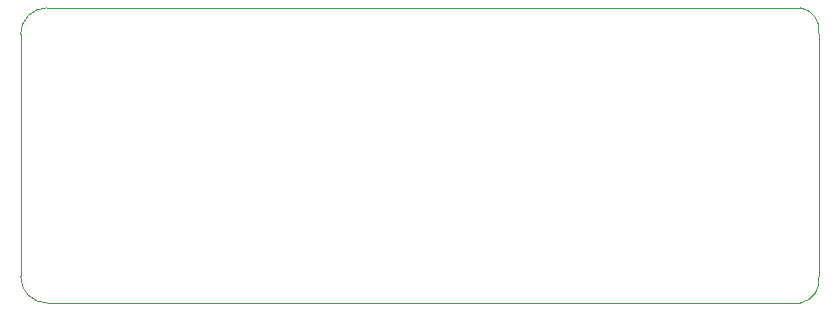
<source format=gm1>
G04 #@! TF.GenerationSoftware,KiCad,Pcbnew,5.1.0-060a0da~80~ubuntu16.04.1*
G04 #@! TF.CreationDate,2019-04-04T13:00:51+02:00*
G04 #@! TF.ProjectId,k2,6b322e6b-6963-4616-945f-706362585858,RevPB*
G04 #@! TF.SameCoordinates,Original*
G04 #@! TF.FileFunction,Profile,NP*
%FSLAX46Y46*%
G04 Gerber Fmt 4.6, Leading zero omitted, Abs format (unit mm)*
G04 Created by KiCad (PCBNEW 5.1.0-060a0da~80~ubuntu16.04.1) date 2019-04-04 13:00:51*
%MOMM*%
%LPD*%
G04 APERTURE LIST*
%ADD10C,0.100000*%
G04 APERTURE END LIST*
D10*
X176309959Y-104940009D02*
G75*
G02X174709991Y-107189959I-1924959J-324991D01*
G01*
X176310000Y-104940000D02*
X176310000Y-84440000D01*
X174709991Y-82190041D02*
G75*
G02X176309959Y-84439991I-324991J-1924959D01*
G01*
X108710000Y-84440000D02*
G75*
G02X110960000Y-82190000I2250000J0D01*
G01*
X110960000Y-107190000D02*
G75*
G02X108710000Y-104940000I0J2250000D01*
G01*
X110960000Y-82190000D02*
X174710000Y-82190000D01*
X108710000Y-104940000D02*
X108710000Y-84440000D01*
X174710000Y-107190000D02*
X110960000Y-107190000D01*
M02*

</source>
